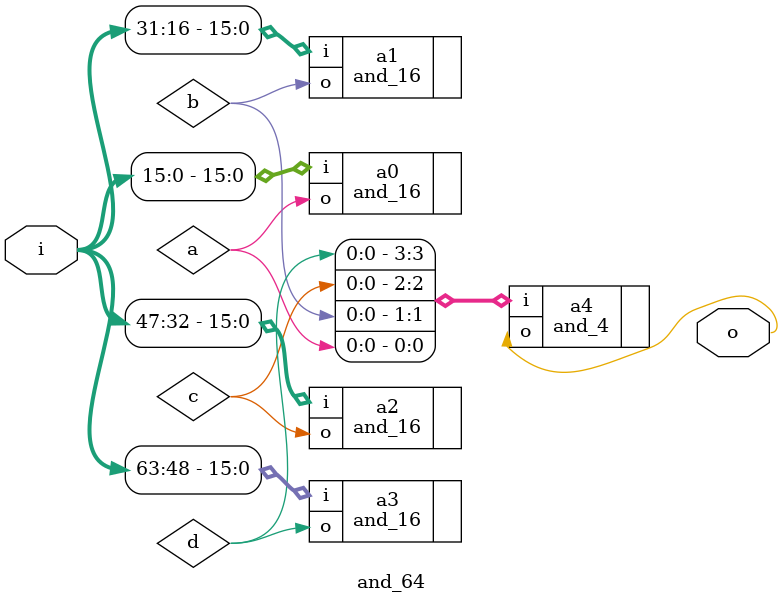
<source format=sv>
`timescale 1ns/10ps
module and_64(o,i);
	output logic o;
	input logic [63:0] i;
	
	logic a,b,c,d;
	
	and_16 a0 (.o(a), .i(i[15:0]));
	and_16 a1 (.o(b), .i(i[31:16]));
	and_16 a2 (.o(c), .i(i[47:32]));
	and_16 a3 (.o(d), .i(i[63:48]));
	
	and_4 a4 (.o, .i({d,c,b,a}));

endmodule

</source>
